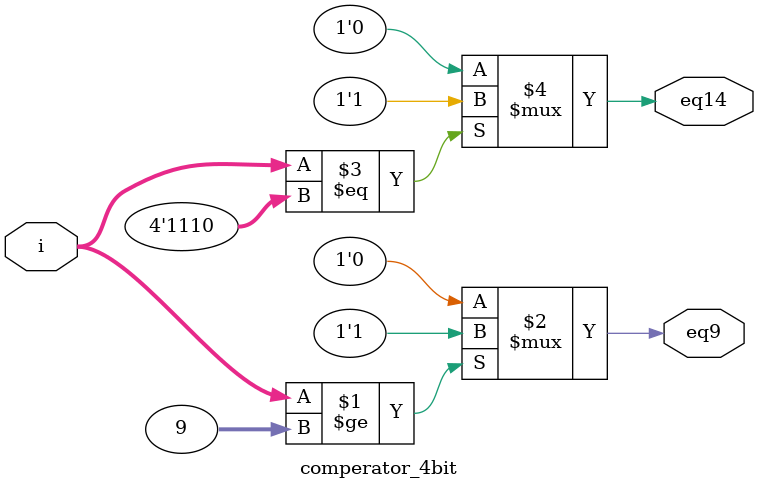
<source format=v>
module comperator_4bit(input[3:0] i,output eq9, output eq14);
  assign eq9  = i >= 9  ? 1'b1 : 1'b0;
  assign eq14 = i == 14 ? 1'b1 : 1'b0;
endmodule
</source>
